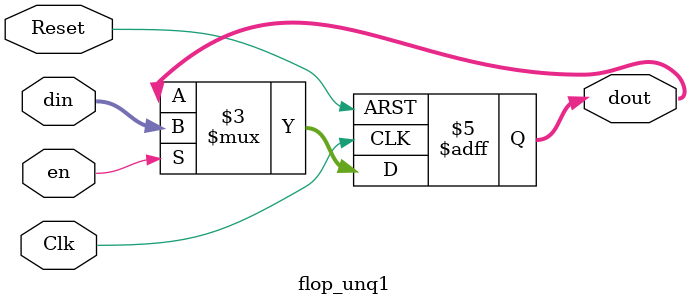
<source format=sv>

/* *****************************************************************************
 * File: flop.vp
 * 
 * Description:
 * Genesis2 flip-flop generator.
 * 
 * Required Genesis2 Controlable Parameters:
 * * Type		- Constant, Flop, RFlop, EFlop, or REFlop
 * * Width		- integer value specifying register width
 * * Default		- default value for the flop 
 *			 (only applies when flop_type=constant|rflop|reflop)
 * * SyncMode		- Sync or ASync flop * Change bar:
 * 
 * 
 * -----------
 * Date          Author   Description
 * Mar 30, 2010  shacham  init version  --  
 * May 20, 2014  jingpu   Add Async mode, change to active low reset
 * 
 * ****************************************************************************/


/*******************************************************************************
 * REQUIRED PARAMETERIZATION
 ******************************************************************************/
// Type (_GENESIS2_INHERITANCE_PRIORITY_) = REFlop
//
// Default (_GENESIS2_INHERITANCE_PRIORITY_) = 0
//
// Width (_GENESIS2_INHERITANCE_PRIORITY_) = 2
//
// SyncMode (_GENESIS2_DECLARATION_PRIORITY_) = ASync
//

module flop_unq1(
	       //inputs
	       input wire logic 		   Clk,
	       input wire logic [1:0]  din,
	       input wire logic 		   Reset,
	       input wire logic 		   en,

	       //outputs
	       output logic [1:0] dout
	       );


   /* synopsys dc_tcl_script_begin
    set_dont_retime [current_design] true
    set_optimize_registers false -design [current_design]
    */
   


   
   always_ff @(posedge Clk or negedge Reset) begin
      if (!Reset) 
	dout <= 2'h0;
      else if (en)
	dout <= din;
   end

endmodule : flop_unq1

</source>
